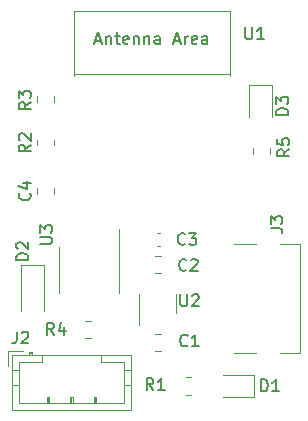
<source format=gbr>
%TF.GenerationSoftware,KiCad,Pcbnew,(6.0.7-1)-1*%
%TF.CreationDate,2022-11-24T20:11:51+01:00*%
%TF.ProjectId,Frost-ESP32,46726f73-742d-4455-9350-33322e6b6963,rev?*%
%TF.SameCoordinates,Original*%
%TF.FileFunction,Legend,Top*%
%TF.FilePolarity,Positive*%
%FSLAX46Y46*%
G04 Gerber Fmt 4.6, Leading zero omitted, Abs format (unit mm)*
G04 Created by KiCad (PCBNEW (6.0.7-1)-1) date 2022-11-24 20:11:51*
%MOMM*%
%LPD*%
G01*
G04 APERTURE LIST*
%ADD10C,0.150000*%
%ADD11C,0.120000*%
G04 APERTURE END LIST*
D10*
%TO.C,C3*%
X109133333Y-81757142D02*
X109085714Y-81804761D01*
X108942857Y-81852380D01*
X108847619Y-81852380D01*
X108704761Y-81804761D01*
X108609523Y-81709523D01*
X108561904Y-81614285D01*
X108514285Y-81423809D01*
X108514285Y-81280952D01*
X108561904Y-81090476D01*
X108609523Y-80995238D01*
X108704761Y-80900000D01*
X108847619Y-80852380D01*
X108942857Y-80852380D01*
X109085714Y-80900000D01*
X109133333Y-80947619D01*
X109466666Y-80852380D02*
X110085714Y-80852380D01*
X109752380Y-81233333D01*
X109895238Y-81233333D01*
X109990476Y-81280952D01*
X110038095Y-81328571D01*
X110085714Y-81423809D01*
X110085714Y-81661904D01*
X110038095Y-81757142D01*
X109990476Y-81804761D01*
X109895238Y-81852380D01*
X109609523Y-81852380D01*
X109514285Y-81804761D01*
X109466666Y-81757142D01*
%TO.C,R2*%
X96052380Y-73366666D02*
X95576190Y-73700000D01*
X96052380Y-73938095D02*
X95052380Y-73938095D01*
X95052380Y-73557142D01*
X95100000Y-73461904D01*
X95147619Y-73414285D01*
X95242857Y-73366666D01*
X95385714Y-73366666D01*
X95480952Y-73414285D01*
X95528571Y-73461904D01*
X95576190Y-73557142D01*
X95576190Y-73938095D01*
X95147619Y-72985714D02*
X95100000Y-72938095D01*
X95052380Y-72842857D01*
X95052380Y-72604761D01*
X95100000Y-72509523D01*
X95147619Y-72461904D01*
X95242857Y-72414285D01*
X95338095Y-72414285D01*
X95480952Y-72461904D01*
X96052380Y-73033333D01*
X96052380Y-72414285D01*
%TO.C,C4*%
X95957142Y-77466666D02*
X96004761Y-77514285D01*
X96052380Y-77657142D01*
X96052380Y-77752380D01*
X96004761Y-77895238D01*
X95909523Y-77990476D01*
X95814285Y-78038095D01*
X95623809Y-78085714D01*
X95480952Y-78085714D01*
X95290476Y-78038095D01*
X95195238Y-77990476D01*
X95100000Y-77895238D01*
X95052380Y-77752380D01*
X95052380Y-77657142D01*
X95100000Y-77514285D01*
X95147619Y-77466666D01*
X95385714Y-76609523D02*
X96052380Y-76609523D01*
X95004761Y-76847619D02*
X95719047Y-77085714D01*
X95719047Y-76466666D01*
%TO.C,J3*%
X116367380Y-80433333D02*
X117081666Y-80433333D01*
X117224523Y-80480952D01*
X117319761Y-80576190D01*
X117367380Y-80719047D01*
X117367380Y-80814285D01*
X116367380Y-80052380D02*
X116367380Y-79433333D01*
X116748333Y-79766666D01*
X116748333Y-79623809D01*
X116795952Y-79528571D01*
X116843571Y-79480952D01*
X116938809Y-79433333D01*
X117176904Y-79433333D01*
X117272142Y-79480952D01*
X117319761Y-79528571D01*
X117367380Y-79623809D01*
X117367380Y-79909523D01*
X117319761Y-80004761D01*
X117272142Y-80052380D01*
%TO.C,D3*%
X117852380Y-70838095D02*
X116852380Y-70838095D01*
X116852380Y-70600000D01*
X116900000Y-70457142D01*
X116995238Y-70361904D01*
X117090476Y-70314285D01*
X117280952Y-70266666D01*
X117423809Y-70266666D01*
X117614285Y-70314285D01*
X117709523Y-70361904D01*
X117804761Y-70457142D01*
X117852380Y-70600000D01*
X117852380Y-70838095D01*
X116852380Y-69933333D02*
X116852380Y-69314285D01*
X117233333Y-69647619D01*
X117233333Y-69504761D01*
X117280952Y-69409523D01*
X117328571Y-69361904D01*
X117423809Y-69314285D01*
X117661904Y-69314285D01*
X117757142Y-69361904D01*
X117804761Y-69409523D01*
X117852380Y-69504761D01*
X117852380Y-69790476D01*
X117804761Y-69885714D01*
X117757142Y-69933333D01*
%TO.C,J2*%
X94866666Y-89202380D02*
X94866666Y-89916666D01*
X94819047Y-90059523D01*
X94723809Y-90154761D01*
X94580952Y-90202380D01*
X94485714Y-90202380D01*
X95295238Y-89297619D02*
X95342857Y-89250000D01*
X95438095Y-89202380D01*
X95676190Y-89202380D01*
X95771428Y-89250000D01*
X95819047Y-89297619D01*
X95866666Y-89392857D01*
X95866666Y-89488095D01*
X95819047Y-89630952D01*
X95247619Y-90202380D01*
X95866666Y-90202380D01*
%TO.C,C1*%
X109333333Y-90357142D02*
X109285714Y-90404761D01*
X109142857Y-90452380D01*
X109047619Y-90452380D01*
X108904761Y-90404761D01*
X108809523Y-90309523D01*
X108761904Y-90214285D01*
X108714285Y-90023809D01*
X108714285Y-89880952D01*
X108761904Y-89690476D01*
X108809523Y-89595238D01*
X108904761Y-89500000D01*
X109047619Y-89452380D01*
X109142857Y-89452380D01*
X109285714Y-89500000D01*
X109333333Y-89547619D01*
X110285714Y-90452380D02*
X109714285Y-90452380D01*
X110000000Y-90452380D02*
X110000000Y-89452380D01*
X109904761Y-89595238D01*
X109809523Y-89690476D01*
X109714285Y-89738095D01*
%TO.C,U1*%
X114238095Y-63452380D02*
X114238095Y-64261904D01*
X114285714Y-64357142D01*
X114333333Y-64404761D01*
X114428571Y-64452380D01*
X114619047Y-64452380D01*
X114714285Y-64404761D01*
X114761904Y-64357142D01*
X114809523Y-64261904D01*
X114809523Y-63452380D01*
X115809523Y-64452380D02*
X115238095Y-64452380D01*
X115523809Y-64452380D02*
X115523809Y-63452380D01*
X115428571Y-63595238D01*
X115333333Y-63690476D01*
X115238095Y-63738095D01*
X101538095Y-64566666D02*
X102014285Y-64566666D01*
X101442857Y-64852380D02*
X101776190Y-63852380D01*
X102109523Y-64852380D01*
X102442857Y-64185714D02*
X102442857Y-64852380D01*
X102442857Y-64280952D02*
X102490476Y-64233333D01*
X102585714Y-64185714D01*
X102728571Y-64185714D01*
X102823809Y-64233333D01*
X102871428Y-64328571D01*
X102871428Y-64852380D01*
X103204761Y-64185714D02*
X103585714Y-64185714D01*
X103347619Y-63852380D02*
X103347619Y-64709523D01*
X103395238Y-64804761D01*
X103490476Y-64852380D01*
X103585714Y-64852380D01*
X104300000Y-64804761D02*
X104204761Y-64852380D01*
X104014285Y-64852380D01*
X103919047Y-64804761D01*
X103871428Y-64709523D01*
X103871428Y-64328571D01*
X103919047Y-64233333D01*
X104014285Y-64185714D01*
X104204761Y-64185714D01*
X104300000Y-64233333D01*
X104347619Y-64328571D01*
X104347619Y-64423809D01*
X103871428Y-64519047D01*
X104776190Y-64185714D02*
X104776190Y-64852380D01*
X104776190Y-64280952D02*
X104823809Y-64233333D01*
X104919047Y-64185714D01*
X105061904Y-64185714D01*
X105157142Y-64233333D01*
X105204761Y-64328571D01*
X105204761Y-64852380D01*
X105680952Y-64185714D02*
X105680952Y-64852380D01*
X105680952Y-64280952D02*
X105728571Y-64233333D01*
X105823809Y-64185714D01*
X105966666Y-64185714D01*
X106061904Y-64233333D01*
X106109523Y-64328571D01*
X106109523Y-64852380D01*
X107014285Y-64852380D02*
X107014285Y-64328571D01*
X106966666Y-64233333D01*
X106871428Y-64185714D01*
X106680952Y-64185714D01*
X106585714Y-64233333D01*
X107014285Y-64804761D02*
X106919047Y-64852380D01*
X106680952Y-64852380D01*
X106585714Y-64804761D01*
X106538095Y-64709523D01*
X106538095Y-64614285D01*
X106585714Y-64519047D01*
X106680952Y-64471428D01*
X106919047Y-64471428D01*
X107014285Y-64423809D01*
X108204761Y-64566666D02*
X108680952Y-64566666D01*
X108109523Y-64852380D02*
X108442857Y-63852380D01*
X108776190Y-64852380D01*
X109109523Y-64852380D02*
X109109523Y-64185714D01*
X109109523Y-64376190D02*
X109157142Y-64280952D01*
X109204761Y-64233333D01*
X109300000Y-64185714D01*
X109395238Y-64185714D01*
X110109523Y-64804761D02*
X110014285Y-64852380D01*
X109823809Y-64852380D01*
X109728571Y-64804761D01*
X109680952Y-64709523D01*
X109680952Y-64328571D01*
X109728571Y-64233333D01*
X109823809Y-64185714D01*
X110014285Y-64185714D01*
X110109523Y-64233333D01*
X110157142Y-64328571D01*
X110157142Y-64423809D01*
X109680952Y-64519047D01*
X111014285Y-64852380D02*
X111014285Y-64328571D01*
X110966666Y-64233333D01*
X110871428Y-64185714D01*
X110680952Y-64185714D01*
X110585714Y-64233333D01*
X111014285Y-64804761D02*
X110919047Y-64852380D01*
X110680952Y-64852380D01*
X110585714Y-64804761D01*
X110538095Y-64709523D01*
X110538095Y-64614285D01*
X110585714Y-64519047D01*
X110680952Y-64471428D01*
X110919047Y-64471428D01*
X111014285Y-64423809D01*
%TO.C,R1*%
X106433333Y-94152380D02*
X106100000Y-93676190D01*
X105861904Y-94152380D02*
X105861904Y-93152380D01*
X106242857Y-93152380D01*
X106338095Y-93200000D01*
X106385714Y-93247619D01*
X106433333Y-93342857D01*
X106433333Y-93485714D01*
X106385714Y-93580952D01*
X106338095Y-93628571D01*
X106242857Y-93676190D01*
X105861904Y-93676190D01*
X107385714Y-94152380D02*
X106814285Y-94152380D01*
X107100000Y-94152380D02*
X107100000Y-93152380D01*
X107004761Y-93295238D01*
X106909523Y-93390476D01*
X106814285Y-93438095D01*
%TO.C,C2*%
X109233333Y-83957142D02*
X109185714Y-84004761D01*
X109042857Y-84052380D01*
X108947619Y-84052380D01*
X108804761Y-84004761D01*
X108709523Y-83909523D01*
X108661904Y-83814285D01*
X108614285Y-83623809D01*
X108614285Y-83480952D01*
X108661904Y-83290476D01*
X108709523Y-83195238D01*
X108804761Y-83100000D01*
X108947619Y-83052380D01*
X109042857Y-83052380D01*
X109185714Y-83100000D01*
X109233333Y-83147619D01*
X109614285Y-83147619D02*
X109661904Y-83100000D01*
X109757142Y-83052380D01*
X109995238Y-83052380D01*
X110090476Y-83100000D01*
X110138095Y-83147619D01*
X110185714Y-83242857D01*
X110185714Y-83338095D01*
X110138095Y-83480952D01*
X109566666Y-84052380D01*
X110185714Y-84052380D01*
%TO.C,R3*%
X96052380Y-69766666D02*
X95576190Y-70100000D01*
X96052380Y-70338095D02*
X95052380Y-70338095D01*
X95052380Y-69957142D01*
X95100000Y-69861904D01*
X95147619Y-69814285D01*
X95242857Y-69766666D01*
X95385714Y-69766666D01*
X95480952Y-69814285D01*
X95528571Y-69861904D01*
X95576190Y-69957142D01*
X95576190Y-70338095D01*
X95052380Y-69433333D02*
X95052380Y-68814285D01*
X95433333Y-69147619D01*
X95433333Y-69004761D01*
X95480952Y-68909523D01*
X95528571Y-68861904D01*
X95623809Y-68814285D01*
X95861904Y-68814285D01*
X95957142Y-68861904D01*
X96004761Y-68909523D01*
X96052380Y-69004761D01*
X96052380Y-69290476D01*
X96004761Y-69385714D01*
X95957142Y-69433333D01*
%TO.C,R5*%
X117952380Y-73766666D02*
X117476190Y-74100000D01*
X117952380Y-74338095D02*
X116952380Y-74338095D01*
X116952380Y-73957142D01*
X117000000Y-73861904D01*
X117047619Y-73814285D01*
X117142857Y-73766666D01*
X117285714Y-73766666D01*
X117380952Y-73814285D01*
X117428571Y-73861904D01*
X117476190Y-73957142D01*
X117476190Y-74338095D01*
X116952380Y-72861904D02*
X116952380Y-73338095D01*
X117428571Y-73385714D01*
X117380952Y-73338095D01*
X117333333Y-73242857D01*
X117333333Y-73004761D01*
X117380952Y-72909523D01*
X117428571Y-72861904D01*
X117523809Y-72814285D01*
X117761904Y-72814285D01*
X117857142Y-72861904D01*
X117904761Y-72909523D01*
X117952380Y-73004761D01*
X117952380Y-73242857D01*
X117904761Y-73338095D01*
X117857142Y-73385714D01*
%TO.C,D1*%
X115561904Y-94252380D02*
X115561904Y-93252380D01*
X115800000Y-93252380D01*
X115942857Y-93300000D01*
X116038095Y-93395238D01*
X116085714Y-93490476D01*
X116133333Y-93680952D01*
X116133333Y-93823809D01*
X116085714Y-94014285D01*
X116038095Y-94109523D01*
X115942857Y-94204761D01*
X115800000Y-94252380D01*
X115561904Y-94252380D01*
X117085714Y-94252380D02*
X116514285Y-94252380D01*
X116800000Y-94252380D02*
X116800000Y-93252380D01*
X116704761Y-93395238D01*
X116609523Y-93490476D01*
X116514285Y-93538095D01*
%TO.C,U2*%
X108738095Y-86052380D02*
X108738095Y-86861904D01*
X108785714Y-86957142D01*
X108833333Y-87004761D01*
X108928571Y-87052380D01*
X109119047Y-87052380D01*
X109214285Y-87004761D01*
X109261904Y-86957142D01*
X109309523Y-86861904D01*
X109309523Y-86052380D01*
X109738095Y-86147619D02*
X109785714Y-86100000D01*
X109880952Y-86052380D01*
X110119047Y-86052380D01*
X110214285Y-86100000D01*
X110261904Y-86147619D01*
X110309523Y-86242857D01*
X110309523Y-86338095D01*
X110261904Y-86480952D01*
X109690476Y-87052380D01*
X110309523Y-87052380D01*
%TO.C,R4*%
X98033333Y-89452380D02*
X97700000Y-88976190D01*
X97461904Y-89452380D02*
X97461904Y-88452380D01*
X97842857Y-88452380D01*
X97938095Y-88500000D01*
X97985714Y-88547619D01*
X98033333Y-88642857D01*
X98033333Y-88785714D01*
X97985714Y-88880952D01*
X97938095Y-88928571D01*
X97842857Y-88976190D01*
X97461904Y-88976190D01*
X98890476Y-88785714D02*
X98890476Y-89452380D01*
X98652380Y-88404761D02*
X98414285Y-89119047D01*
X99033333Y-89119047D01*
%TO.C,U3*%
X96852380Y-81761904D02*
X97661904Y-81761904D01*
X97757142Y-81714285D01*
X97804761Y-81666666D01*
X97852380Y-81571428D01*
X97852380Y-81380952D01*
X97804761Y-81285714D01*
X97757142Y-81238095D01*
X97661904Y-81190476D01*
X96852380Y-81190476D01*
X96852380Y-80809523D02*
X96852380Y-80190476D01*
X97233333Y-80523809D01*
X97233333Y-80380952D01*
X97280952Y-80285714D01*
X97328571Y-80238095D01*
X97423809Y-80190476D01*
X97661904Y-80190476D01*
X97757142Y-80238095D01*
X97804761Y-80285714D01*
X97852380Y-80380952D01*
X97852380Y-80666666D01*
X97804761Y-80761904D01*
X97757142Y-80809523D01*
%TO.C,D2*%
X95852380Y-83138095D02*
X94852380Y-83138095D01*
X94852380Y-82900000D01*
X94900000Y-82757142D01*
X94995238Y-82661904D01*
X95090476Y-82614285D01*
X95280952Y-82566666D01*
X95423809Y-82566666D01*
X95614285Y-82614285D01*
X95709523Y-82661904D01*
X95804761Y-82757142D01*
X95852380Y-82900000D01*
X95852380Y-83138095D01*
X94947619Y-82185714D02*
X94900000Y-82138095D01*
X94852380Y-82042857D01*
X94852380Y-81804761D01*
X94900000Y-81709523D01*
X94947619Y-81661904D01*
X95042857Y-81614285D01*
X95138095Y-81614285D01*
X95280952Y-81661904D01*
X95852380Y-82233333D01*
X95852380Y-81614285D01*
D11*
%TO.C,C3*%
X106759420Y-81910000D02*
X107040580Y-81910000D01*
X106759420Y-80890000D02*
X107040580Y-80890000D01*
%TO.C,R2*%
X96565000Y-73427064D02*
X96565000Y-72972936D01*
X98035000Y-73427064D02*
X98035000Y-72972936D01*
%TO.C,C4*%
X98035000Y-77038748D02*
X98035000Y-77561252D01*
X96565000Y-77038748D02*
X96565000Y-77561252D01*
%TO.C,J3*%
X113250000Y-90980000D02*
X115170000Y-90980000D01*
X117180000Y-81820000D02*
X118885000Y-81820000D01*
X115170000Y-81820000D02*
X113250000Y-81820000D01*
X118885000Y-81820000D02*
X118885000Y-90980000D01*
X118885000Y-90980000D02*
X117180000Y-90980000D01*
%TO.C,D3*%
X116460000Y-68352500D02*
X114540000Y-68352500D01*
X116460000Y-71037500D02*
X116460000Y-68352500D01*
X114540000Y-68352500D02*
X114540000Y-71037500D01*
%TO.C,J2*%
X94440000Y-93750000D02*
X95050000Y-93750000D01*
X101400000Y-95250000D02*
X101400000Y-94750000D01*
X94440000Y-95860000D02*
X104560000Y-95860000D01*
X99600000Y-94750000D02*
X99600000Y-95250000D01*
X95390000Y-90840000D02*
X94140000Y-90840000D01*
X103950000Y-95250000D02*
X103950000Y-91750000D01*
X101400000Y-94750000D02*
X101600000Y-94750000D01*
X95900000Y-90940000D02*
X95900000Y-91140000D01*
X99500000Y-95250000D02*
X99500000Y-94750000D01*
X95050000Y-91750000D02*
X95050000Y-95250000D01*
X97400000Y-95250000D02*
X97400000Y-94750000D01*
X94440000Y-92450000D02*
X95050000Y-92450000D01*
X99400000Y-94750000D02*
X99600000Y-94750000D01*
X99400000Y-95250000D02*
X99400000Y-94750000D01*
X97400000Y-94750000D02*
X97600000Y-94750000D01*
X104560000Y-91140000D02*
X94440000Y-91140000D01*
X97600000Y-94750000D02*
X97600000Y-95250000D01*
X104560000Y-92450000D02*
X103950000Y-92450000D01*
X95050000Y-95250000D02*
X103950000Y-95250000D01*
X101600000Y-94750000D02*
X101600000Y-95250000D01*
X97000000Y-91140000D02*
X97000000Y-91750000D01*
X96200000Y-91040000D02*
X95900000Y-91040000D01*
X103950000Y-91750000D02*
X102000000Y-91750000D01*
X94440000Y-91140000D02*
X94440000Y-95860000D01*
X104560000Y-95860000D02*
X104560000Y-91140000D01*
X102000000Y-91750000D02*
X102000000Y-91140000D01*
X101500000Y-95250000D02*
X101500000Y-94750000D01*
X96200000Y-90940000D02*
X95900000Y-90940000D01*
X94140000Y-90840000D02*
X94140000Y-92090000D01*
X96200000Y-91140000D02*
X96200000Y-90940000D01*
X97500000Y-95250000D02*
X97500000Y-94750000D01*
X104560000Y-93750000D02*
X103950000Y-93750000D01*
X97000000Y-91750000D02*
X95050000Y-91750000D01*
%TO.C,C1*%
X106538748Y-90835000D02*
X107061252Y-90835000D01*
X106538748Y-89365000D02*
X107061252Y-89365000D01*
%TO.C,U1*%
X99700000Y-67350000D02*
X112900000Y-67350000D01*
X112900000Y-62050000D02*
X112900000Y-67550000D01*
X99700000Y-62050000D02*
X99700000Y-67550000D01*
X99700000Y-62050000D02*
X112900000Y-62050000D01*
%TO.C,R1*%
X109172936Y-94535000D02*
X109627064Y-94535000D01*
X109172936Y-93065000D02*
X109627064Y-93065000D01*
%TO.C,C2*%
X106538748Y-84235000D02*
X107061252Y-84235000D01*
X106538748Y-82765000D02*
X107061252Y-82765000D01*
%TO.C,R3*%
X96565000Y-69272936D02*
X96565000Y-69727064D01*
X98035000Y-69272936D02*
X98035000Y-69727064D01*
%TO.C,R5*%
X114865000Y-74127064D02*
X114865000Y-73672936D01*
X116335000Y-74127064D02*
X116335000Y-73672936D01*
%TO.C,D1*%
X114985000Y-94760000D02*
X114985000Y-92840000D01*
X114985000Y-92840000D02*
X112300000Y-92840000D01*
X112300000Y-94760000D02*
X114985000Y-94760000D01*
%TO.C,U2*%
X105240000Y-86800000D02*
X105240000Y-88600000D01*
X105240000Y-86800000D02*
X105240000Y-86000000D01*
X108360000Y-86800000D02*
X108360000Y-87600000D01*
X108360000Y-86800000D02*
X108360000Y-86000000D01*
%TO.C,R4*%
X101127064Y-88265000D02*
X100672936Y-88265000D01*
X101127064Y-89735000D02*
X100672936Y-89735000D01*
%TO.C,U3*%
X103560000Y-84000000D02*
X103560000Y-85950000D01*
X103560000Y-84000000D02*
X103560000Y-80550000D01*
X98440000Y-84000000D02*
X98440000Y-85950000D01*
X98440000Y-84000000D02*
X98440000Y-82050000D01*
%TO.C,D2*%
X97200000Y-83600000D02*
X95200000Y-83600000D01*
X95200000Y-83600000D02*
X95200000Y-87450000D01*
X97200000Y-83600000D02*
X97200000Y-87450000D01*
%TD*%
M02*

</source>
